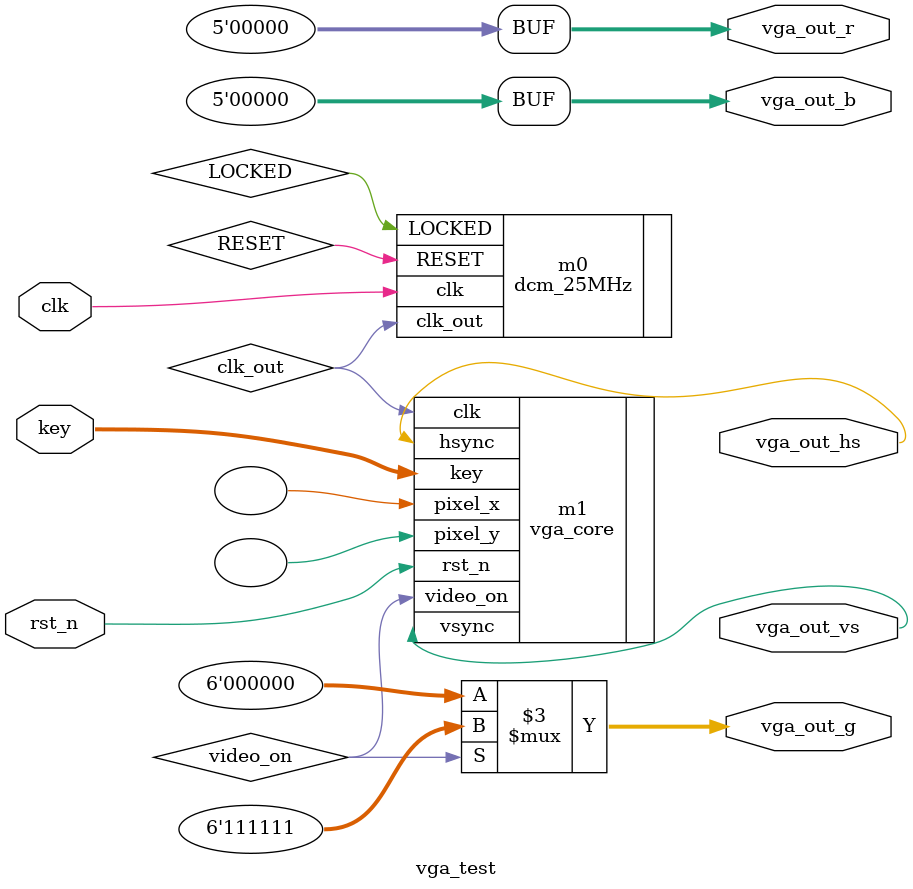
<source format=v>
`timescale 1ns / 1ps

module vga_test(
	input clk, rst_n,
	input[2:0] key, //key[0] for selecting vertical or horizontal mode adjustment. key[2:1] to move the screen up/down(if vertical mode) or left/right(if horizontal mode)
	output reg[4:0] vga_out_r,
	output reg[5:0] vga_out_g,
	output reg[4:0] vga_out_b,
	output vga_out_vs,vga_out_hs
    );
	 
	
	wire clk_out;
	wire video_on;
	
		//display logic
		always @* begin
			vga_out_r=0;
			vga_out_g=0;
			vga_out_b=0;
			if(video_on) begin
				vga_out_g=6'b111_111; //display screen color is green
			end
		end
		
		dcm_25MHz m0
   (// Clock in ports
		 .clk(clk),      // IN
		 // Clock out ports
		 .clk_out(clk_out),     // OUT
		 // Status and control signals
		 .RESET(RESET),// IN
		 .LOCKED(LOCKED)
	 );
	 
	vga_core m1 //VGA controller(640x480) with adjustable screen position
	(
		.clk(clk_out),  //clock must be 25MHz for 640x480 
		.rst_n(rst_n),
		.key(key),
		.hsync(vga_out_hs),
		.vsync(vga_out_vs),
		.video_on(video_on),
		.pixel_x(),
		.pixel_y()
    );


endmodule

</source>
